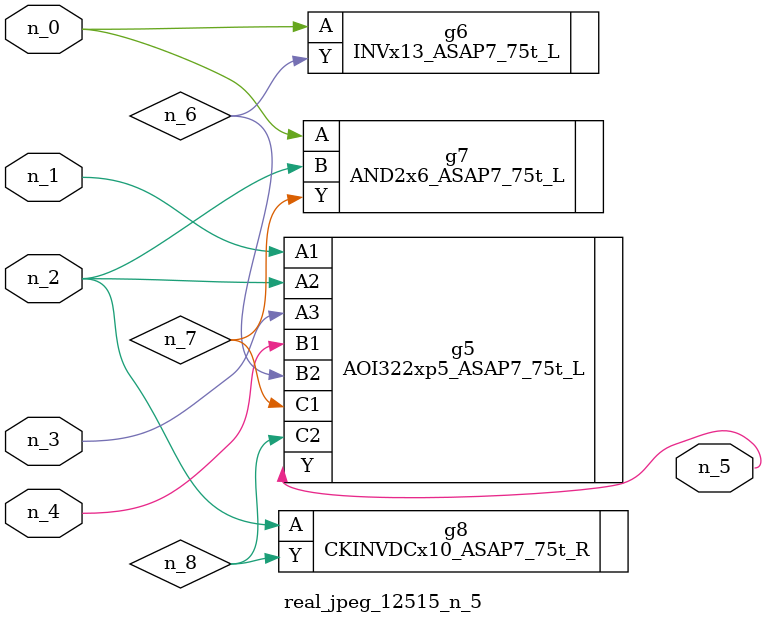
<source format=v>
module real_jpeg_12515_n_5 (n_4, n_0, n_1, n_2, n_3, n_5);

input n_4;
input n_0;
input n_1;
input n_2;
input n_3;

output n_5;

wire n_8;
wire n_6;
wire n_7;

INVx13_ASAP7_75t_L g6 ( 
.A(n_0),
.Y(n_6)
);

AND2x6_ASAP7_75t_L g7 ( 
.A(n_0),
.B(n_2),
.Y(n_7)
);

AOI322xp5_ASAP7_75t_L g5 ( 
.A1(n_1),
.A2(n_2),
.A3(n_3),
.B1(n_4),
.B2(n_6),
.C1(n_7),
.C2(n_8),
.Y(n_5)
);

CKINVDCx10_ASAP7_75t_R g8 ( 
.A(n_2),
.Y(n_8)
);


endmodule
</source>
